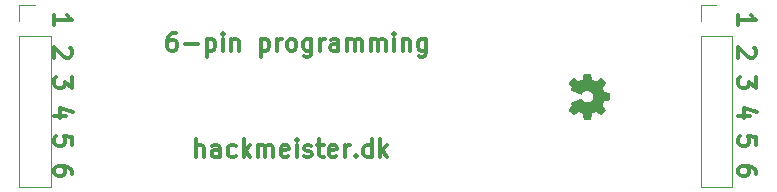
<source format=gto>
G04 #@! TF.GenerationSoftware,KiCad,Pcbnew,(5.0.0-rc2-dev-222-g3b0a758)*
G04 #@! TF.CreationDate,2018-04-29T02:35:51+02:00*
G04 #@! TF.ProjectId,6pin100mil,3670696E3130306D696C2E6B69636164,rev?*
G04 #@! TF.SameCoordinates,Original*
G04 #@! TF.FileFunction,Legend,Top*
G04 #@! TF.FilePolarity,Positive*
%FSLAX46Y46*%
G04 Gerber Fmt 4.6, Leading zero omitted, Abs format (unit mm)*
G04 Created by KiCad (PCBNEW (5.0.0-rc2-dev-222-g3b0a758)) date Sunday, 29 April 2018 at 02:35:51*
%MOMM*%
%LPD*%
G01*
G04 APERTURE LIST*
%ADD10C,0.300000*%
%ADD11C,0.120000*%
%ADD12C,0.010000*%
G04 APERTURE END LIST*
D10*
X113851428Y-63150714D02*
X113851428Y-62865000D01*
X113780000Y-62722142D01*
X113708571Y-62650714D01*
X113494285Y-62507857D01*
X113208571Y-62436428D01*
X112637142Y-62436428D01*
X112494285Y-62507857D01*
X112422857Y-62579285D01*
X112351428Y-62722142D01*
X112351428Y-63007857D01*
X112422857Y-63150714D01*
X112494285Y-63222142D01*
X112637142Y-63293571D01*
X112994285Y-63293571D01*
X113137142Y-63222142D01*
X113208571Y-63150714D01*
X113280000Y-63007857D01*
X113280000Y-62722142D01*
X113208571Y-62579285D01*
X113137142Y-62507857D01*
X112994285Y-62436428D01*
X113851428Y-60682142D02*
X113851428Y-59967857D01*
X113137142Y-59896428D01*
X113208571Y-59967857D01*
X113280000Y-60110714D01*
X113280000Y-60467857D01*
X113208571Y-60610714D01*
X113137142Y-60682142D01*
X112994285Y-60753571D01*
X112637142Y-60753571D01*
X112494285Y-60682142D01*
X112422857Y-60610714D01*
X112351428Y-60467857D01*
X112351428Y-60110714D01*
X112422857Y-59967857D01*
X112494285Y-59896428D01*
X55939428Y-63150714D02*
X55939428Y-62865000D01*
X55868000Y-62722142D01*
X55796571Y-62650714D01*
X55582285Y-62507857D01*
X55296571Y-62436428D01*
X54725142Y-62436428D01*
X54582285Y-62507857D01*
X54510857Y-62579285D01*
X54439428Y-62722142D01*
X54439428Y-63007857D01*
X54510857Y-63150714D01*
X54582285Y-63222142D01*
X54725142Y-63293571D01*
X55082285Y-63293571D01*
X55225142Y-63222142D01*
X55296571Y-63150714D01*
X55368000Y-63007857D01*
X55368000Y-62722142D01*
X55296571Y-62579285D01*
X55225142Y-62507857D01*
X55082285Y-62436428D01*
X55939428Y-60682142D02*
X55939428Y-59967857D01*
X55225142Y-59896428D01*
X55296571Y-59967857D01*
X55368000Y-60110714D01*
X55368000Y-60467857D01*
X55296571Y-60610714D01*
X55225142Y-60682142D01*
X55082285Y-60753571D01*
X54725142Y-60753571D01*
X54582285Y-60682142D01*
X54510857Y-60610714D01*
X54439428Y-60467857D01*
X54439428Y-60110714D01*
X54510857Y-59967857D01*
X54582285Y-59896428D01*
X64714285Y-51178571D02*
X64428571Y-51178571D01*
X64285714Y-51250000D01*
X64214285Y-51321428D01*
X64071428Y-51535714D01*
X64000000Y-51821428D01*
X64000000Y-52392857D01*
X64071428Y-52535714D01*
X64142857Y-52607142D01*
X64285714Y-52678571D01*
X64571428Y-52678571D01*
X64714285Y-52607142D01*
X64785714Y-52535714D01*
X64857142Y-52392857D01*
X64857142Y-52035714D01*
X64785714Y-51892857D01*
X64714285Y-51821428D01*
X64571428Y-51750000D01*
X64285714Y-51750000D01*
X64142857Y-51821428D01*
X64071428Y-51892857D01*
X64000000Y-52035714D01*
X65500000Y-52107142D02*
X66642857Y-52107142D01*
X67357142Y-51678571D02*
X67357142Y-53178571D01*
X67357142Y-51750000D02*
X67500000Y-51678571D01*
X67785714Y-51678571D01*
X67928571Y-51750000D01*
X68000000Y-51821428D01*
X68071428Y-51964285D01*
X68071428Y-52392857D01*
X68000000Y-52535714D01*
X67928571Y-52607142D01*
X67785714Y-52678571D01*
X67500000Y-52678571D01*
X67357142Y-52607142D01*
X68714285Y-52678571D02*
X68714285Y-51678571D01*
X68714285Y-51178571D02*
X68642857Y-51250000D01*
X68714285Y-51321428D01*
X68785714Y-51250000D01*
X68714285Y-51178571D01*
X68714285Y-51321428D01*
X69428571Y-51678571D02*
X69428571Y-52678571D01*
X69428571Y-51821428D02*
X69500000Y-51750000D01*
X69642857Y-51678571D01*
X69857142Y-51678571D01*
X70000000Y-51750000D01*
X70071428Y-51892857D01*
X70071428Y-52678571D01*
X71928571Y-51678571D02*
X71928571Y-53178571D01*
X71928571Y-51750000D02*
X72071428Y-51678571D01*
X72357142Y-51678571D01*
X72500000Y-51750000D01*
X72571428Y-51821428D01*
X72642857Y-51964285D01*
X72642857Y-52392857D01*
X72571428Y-52535714D01*
X72500000Y-52607142D01*
X72357142Y-52678571D01*
X72071428Y-52678571D01*
X71928571Y-52607142D01*
X73285714Y-52678571D02*
X73285714Y-51678571D01*
X73285714Y-51964285D02*
X73357142Y-51821428D01*
X73428571Y-51750000D01*
X73571428Y-51678571D01*
X73714285Y-51678571D01*
X74428571Y-52678571D02*
X74285714Y-52607142D01*
X74214285Y-52535714D01*
X74142857Y-52392857D01*
X74142857Y-51964285D01*
X74214285Y-51821428D01*
X74285714Y-51750000D01*
X74428571Y-51678571D01*
X74642857Y-51678571D01*
X74785714Y-51750000D01*
X74857142Y-51821428D01*
X74928571Y-51964285D01*
X74928571Y-52392857D01*
X74857142Y-52535714D01*
X74785714Y-52607142D01*
X74642857Y-52678571D01*
X74428571Y-52678571D01*
X76214285Y-51678571D02*
X76214285Y-52892857D01*
X76142857Y-53035714D01*
X76071428Y-53107142D01*
X75928571Y-53178571D01*
X75714285Y-53178571D01*
X75571428Y-53107142D01*
X76214285Y-52607142D02*
X76071428Y-52678571D01*
X75785714Y-52678571D01*
X75642857Y-52607142D01*
X75571428Y-52535714D01*
X75500000Y-52392857D01*
X75500000Y-51964285D01*
X75571428Y-51821428D01*
X75642857Y-51750000D01*
X75785714Y-51678571D01*
X76071428Y-51678571D01*
X76214285Y-51750000D01*
X76928571Y-52678571D02*
X76928571Y-51678571D01*
X76928571Y-51964285D02*
X77000000Y-51821428D01*
X77071428Y-51750000D01*
X77214285Y-51678571D01*
X77357142Y-51678571D01*
X78500000Y-52678571D02*
X78500000Y-51892857D01*
X78428571Y-51750000D01*
X78285714Y-51678571D01*
X78000000Y-51678571D01*
X77857142Y-51750000D01*
X78500000Y-52607142D02*
X78357142Y-52678571D01*
X78000000Y-52678571D01*
X77857142Y-52607142D01*
X77785714Y-52464285D01*
X77785714Y-52321428D01*
X77857142Y-52178571D01*
X78000000Y-52107142D01*
X78357142Y-52107142D01*
X78500000Y-52035714D01*
X79214285Y-52678571D02*
X79214285Y-51678571D01*
X79214285Y-51821428D02*
X79285714Y-51750000D01*
X79428571Y-51678571D01*
X79642857Y-51678571D01*
X79785714Y-51750000D01*
X79857142Y-51892857D01*
X79857142Y-52678571D01*
X79857142Y-51892857D02*
X79928571Y-51750000D01*
X80071428Y-51678571D01*
X80285714Y-51678571D01*
X80428571Y-51750000D01*
X80500000Y-51892857D01*
X80500000Y-52678571D01*
X81214285Y-52678571D02*
X81214285Y-51678571D01*
X81214285Y-51821428D02*
X81285714Y-51750000D01*
X81428571Y-51678571D01*
X81642857Y-51678571D01*
X81785714Y-51750000D01*
X81857142Y-51892857D01*
X81857142Y-52678571D01*
X81857142Y-51892857D02*
X81928571Y-51750000D01*
X82071428Y-51678571D01*
X82285714Y-51678571D01*
X82428571Y-51750000D01*
X82500000Y-51892857D01*
X82500000Y-52678571D01*
X83214285Y-52678571D02*
X83214285Y-51678571D01*
X83214285Y-51178571D02*
X83142857Y-51250000D01*
X83214285Y-51321428D01*
X83285714Y-51250000D01*
X83214285Y-51178571D01*
X83214285Y-51321428D01*
X83928571Y-51678571D02*
X83928571Y-52678571D01*
X83928571Y-51821428D02*
X84000000Y-51750000D01*
X84142857Y-51678571D01*
X84357142Y-51678571D01*
X84500000Y-51750000D01*
X84571428Y-51892857D01*
X84571428Y-52678571D01*
X85928571Y-51678571D02*
X85928571Y-52892857D01*
X85857142Y-53035714D01*
X85785714Y-53107142D01*
X85642857Y-53178571D01*
X85428571Y-53178571D01*
X85285714Y-53107142D01*
X85928571Y-52607142D02*
X85785714Y-52678571D01*
X85500000Y-52678571D01*
X85357142Y-52607142D01*
X85285714Y-52535714D01*
X85214285Y-52392857D01*
X85214285Y-51964285D01*
X85285714Y-51821428D01*
X85357142Y-51750000D01*
X85500000Y-51678571D01*
X85785714Y-51678571D01*
X85928571Y-51750000D01*
X66464285Y-61678571D02*
X66464285Y-60178571D01*
X67107142Y-61678571D02*
X67107142Y-60892857D01*
X67035714Y-60750000D01*
X66892857Y-60678571D01*
X66678571Y-60678571D01*
X66535714Y-60750000D01*
X66464285Y-60821428D01*
X68464285Y-61678571D02*
X68464285Y-60892857D01*
X68392857Y-60750000D01*
X68250000Y-60678571D01*
X67964285Y-60678571D01*
X67821428Y-60750000D01*
X68464285Y-61607142D02*
X68321428Y-61678571D01*
X67964285Y-61678571D01*
X67821428Y-61607142D01*
X67750000Y-61464285D01*
X67750000Y-61321428D01*
X67821428Y-61178571D01*
X67964285Y-61107142D01*
X68321428Y-61107142D01*
X68464285Y-61035714D01*
X69821428Y-61607142D02*
X69678571Y-61678571D01*
X69392857Y-61678571D01*
X69250000Y-61607142D01*
X69178571Y-61535714D01*
X69107142Y-61392857D01*
X69107142Y-60964285D01*
X69178571Y-60821428D01*
X69250000Y-60750000D01*
X69392857Y-60678571D01*
X69678571Y-60678571D01*
X69821428Y-60750000D01*
X70464285Y-61678571D02*
X70464285Y-60178571D01*
X70607142Y-61107142D02*
X71035714Y-61678571D01*
X71035714Y-60678571D02*
X70464285Y-61250000D01*
X71678571Y-61678571D02*
X71678571Y-60678571D01*
X71678571Y-60821428D02*
X71750000Y-60750000D01*
X71892857Y-60678571D01*
X72107142Y-60678571D01*
X72250000Y-60750000D01*
X72321428Y-60892857D01*
X72321428Y-61678571D01*
X72321428Y-60892857D02*
X72392857Y-60750000D01*
X72535714Y-60678571D01*
X72750000Y-60678571D01*
X72892857Y-60750000D01*
X72964285Y-60892857D01*
X72964285Y-61678571D01*
X74250000Y-61607142D02*
X74107142Y-61678571D01*
X73821428Y-61678571D01*
X73678571Y-61607142D01*
X73607142Y-61464285D01*
X73607142Y-60892857D01*
X73678571Y-60750000D01*
X73821428Y-60678571D01*
X74107142Y-60678571D01*
X74250000Y-60750000D01*
X74321428Y-60892857D01*
X74321428Y-61035714D01*
X73607142Y-61178571D01*
X74964285Y-61678571D02*
X74964285Y-60678571D01*
X74964285Y-60178571D02*
X74892857Y-60250000D01*
X74964285Y-60321428D01*
X75035714Y-60250000D01*
X74964285Y-60178571D01*
X74964285Y-60321428D01*
X75607142Y-61607142D02*
X75750000Y-61678571D01*
X76035714Y-61678571D01*
X76178571Y-61607142D01*
X76250000Y-61464285D01*
X76250000Y-61392857D01*
X76178571Y-61250000D01*
X76035714Y-61178571D01*
X75821428Y-61178571D01*
X75678571Y-61107142D01*
X75607142Y-60964285D01*
X75607142Y-60892857D01*
X75678571Y-60750000D01*
X75821428Y-60678571D01*
X76035714Y-60678571D01*
X76178571Y-60750000D01*
X76678571Y-60678571D02*
X77250000Y-60678571D01*
X76892857Y-60178571D02*
X76892857Y-61464285D01*
X76964285Y-61607142D01*
X77107142Y-61678571D01*
X77250000Y-61678571D01*
X78321428Y-61607142D02*
X78178571Y-61678571D01*
X77892857Y-61678571D01*
X77750000Y-61607142D01*
X77678571Y-61464285D01*
X77678571Y-60892857D01*
X77750000Y-60750000D01*
X77892857Y-60678571D01*
X78178571Y-60678571D01*
X78321428Y-60750000D01*
X78392857Y-60892857D01*
X78392857Y-61035714D01*
X77678571Y-61178571D01*
X79035714Y-61678571D02*
X79035714Y-60678571D01*
X79035714Y-60964285D02*
X79107142Y-60821428D01*
X79178571Y-60750000D01*
X79321428Y-60678571D01*
X79464285Y-60678571D01*
X79964285Y-61535714D02*
X80035714Y-61607142D01*
X79964285Y-61678571D01*
X79892857Y-61607142D01*
X79964285Y-61535714D01*
X79964285Y-61678571D01*
X81321428Y-61678571D02*
X81321428Y-60178571D01*
X81321428Y-61607142D02*
X81178571Y-61678571D01*
X80892857Y-61678571D01*
X80750000Y-61607142D01*
X80678571Y-61535714D01*
X80607142Y-61392857D01*
X80607142Y-60964285D01*
X80678571Y-60821428D01*
X80750000Y-60750000D01*
X80892857Y-60678571D01*
X81178571Y-60678571D01*
X81321428Y-60750000D01*
X82035714Y-61678571D02*
X82035714Y-60178571D01*
X82178571Y-61107142D02*
X82607142Y-61678571D01*
X82607142Y-60678571D02*
X82035714Y-61250000D01*
X55796571Y-52403428D02*
X55868000Y-52474857D01*
X55939428Y-52617714D01*
X55939428Y-52974857D01*
X55868000Y-53117714D01*
X55796571Y-53189142D01*
X55653714Y-53260571D01*
X55510857Y-53260571D01*
X55296571Y-53189142D01*
X54439428Y-52332000D01*
X54439428Y-53260571D01*
X55439428Y-58197714D02*
X54439428Y-58197714D01*
X56010857Y-57840571D02*
X54939428Y-57483428D01*
X54939428Y-58412000D01*
X55939428Y-54872000D02*
X55939428Y-55800571D01*
X55368000Y-55300571D01*
X55368000Y-55514857D01*
X55296571Y-55657714D01*
X55225142Y-55729142D01*
X55082285Y-55800571D01*
X54725142Y-55800571D01*
X54582285Y-55729142D01*
X54510857Y-55657714D01*
X54439428Y-55514857D01*
X54439428Y-55086285D01*
X54510857Y-54943428D01*
X54582285Y-54872000D01*
X54439428Y-50466571D02*
X54439428Y-49609428D01*
X54439428Y-50038000D02*
X55939428Y-50038000D01*
X55725142Y-49895142D01*
X55582285Y-49752285D01*
X55510857Y-49609428D01*
X113351428Y-58197714D02*
X112351428Y-58197714D01*
X113922857Y-57840571D02*
X112851428Y-57483428D01*
X112851428Y-58412000D01*
X113851428Y-54872000D02*
X113851428Y-55800571D01*
X113280000Y-55300571D01*
X113280000Y-55514857D01*
X113208571Y-55657714D01*
X113137142Y-55729142D01*
X112994285Y-55800571D01*
X112637142Y-55800571D01*
X112494285Y-55729142D01*
X112422857Y-55657714D01*
X112351428Y-55514857D01*
X112351428Y-55086285D01*
X112422857Y-54943428D01*
X112494285Y-54872000D01*
X113708571Y-52403428D02*
X113780000Y-52474857D01*
X113851428Y-52617714D01*
X113851428Y-52974857D01*
X113780000Y-53117714D01*
X113708571Y-53189142D01*
X113565714Y-53260571D01*
X113422857Y-53260571D01*
X113208571Y-53189142D01*
X112351428Y-52332000D01*
X112351428Y-53260571D01*
X112351428Y-50466571D02*
X112351428Y-49609428D01*
X112351428Y-50038000D02*
X113851428Y-50038000D01*
X113637142Y-49895142D01*
X113494285Y-49752285D01*
X113422857Y-49609428D01*
D11*
X109170000Y-48830000D02*
X110500000Y-48830000D01*
X109170000Y-50160000D02*
X109170000Y-48830000D01*
X109170000Y-51430000D02*
X111830000Y-51430000D01*
X111830000Y-51430000D02*
X111830000Y-64190000D01*
X109170000Y-51430000D02*
X109170000Y-64190000D01*
X109170000Y-64190000D02*
X111830000Y-64190000D01*
X51470000Y-64190000D02*
X54130000Y-64190000D01*
X51470000Y-51430000D02*
X51470000Y-64190000D01*
X54130000Y-51430000D02*
X54130000Y-64190000D01*
X51470000Y-51430000D02*
X54130000Y-51430000D01*
X51470000Y-50160000D02*
X51470000Y-48830000D01*
X51470000Y-48830000D02*
X52800000Y-48830000D01*
D12*
G36*
X101442484Y-56604147D02*
X101442235Y-56664434D01*
X101441560Y-56709276D01*
X101440249Y-56741110D01*
X101438090Y-56762374D01*
X101434870Y-56775504D01*
X101430379Y-56782939D01*
X101424405Y-56787116D01*
X101419660Y-56789223D01*
X101403314Y-56793781D01*
X101370149Y-56801230D01*
X101323359Y-56810917D01*
X101266135Y-56822192D01*
X101201667Y-56834402D01*
X101168615Y-56840490D01*
X101102385Y-56852810D01*
X101042412Y-56864411D01*
X100991746Y-56874666D01*
X100953435Y-56882950D01*
X100930531Y-56888637D01*
X100925768Y-56890334D01*
X100918192Y-56901478D01*
X100904727Y-56927875D01*
X100886931Y-56965871D01*
X100866363Y-57011814D01*
X100844583Y-57062051D01*
X100823150Y-57112929D01*
X100803623Y-57160795D01*
X100787561Y-57201996D01*
X100776523Y-57232880D01*
X100772070Y-57249793D01*
X100772045Y-57250468D01*
X100777597Y-57261652D01*
X100793163Y-57287127D01*
X100817176Y-57324484D01*
X100848073Y-57371317D01*
X100884286Y-57425217D01*
X100914285Y-57469256D01*
X100953475Y-57526889D01*
X100988529Y-57579263D01*
X101017882Y-57623973D01*
X101039970Y-57658615D01*
X101053230Y-57680784D01*
X101056440Y-57687804D01*
X101049435Y-57698683D01*
X101030040Y-57721061D01*
X101000689Y-57752537D01*
X100963814Y-57790709D01*
X100921849Y-57833178D01*
X100877225Y-57877541D01*
X100832376Y-57921399D01*
X100789734Y-57962349D01*
X100751732Y-57997991D01*
X100720803Y-58025924D01*
X100699380Y-58043746D01*
X100690314Y-58049160D01*
X100677412Y-58044499D01*
X100651857Y-58030222D01*
X100612966Y-58005881D01*
X100560052Y-57971030D01*
X100492432Y-57925225D01*
X100409421Y-57868019D01*
X100368813Y-57839796D01*
X100329919Y-57813604D01*
X100296086Y-57792466D01*
X100271332Y-57778792D01*
X100260500Y-57774840D01*
X100247568Y-57778682D01*
X100219671Y-57789189D01*
X100180438Y-57804829D01*
X100133498Y-57824069D01*
X100082481Y-57845378D01*
X100031015Y-57867223D01*
X99982729Y-57888073D01*
X99941253Y-57906396D01*
X99910214Y-57920660D01*
X99893243Y-57929334D01*
X99891411Y-57930643D01*
X99888129Y-57941712D01*
X99881768Y-57969929D01*
X99872912Y-58012456D01*
X99862141Y-58066451D01*
X99850038Y-58129077D01*
X99842044Y-58171405D01*
X99829347Y-58238615D01*
X99817616Y-58299562D01*
X99807443Y-58351267D01*
X99799418Y-58390748D01*
X99794133Y-58415024D01*
X99792518Y-58421063D01*
X99787564Y-58425526D01*
X99775108Y-58428983D01*
X99753002Y-58431552D01*
X99719097Y-58433347D01*
X99671244Y-58434482D01*
X99607295Y-58435075D01*
X99528364Y-58435239D01*
X99448891Y-58435145D01*
X99387390Y-58434756D01*
X99341514Y-58433914D01*
X99308914Y-58432462D01*
X99287244Y-58430240D01*
X99274156Y-58427092D01*
X99267302Y-58422859D01*
X99264358Y-58417460D01*
X99260270Y-58399851D01*
X99253835Y-58367880D01*
X99246173Y-58327206D01*
X99242743Y-58308240D01*
X99224856Y-58209241D01*
X99209776Y-58128659D01*
X99197132Y-58064839D01*
X99186555Y-58016127D01*
X99177671Y-57980871D01*
X99170112Y-57957416D01*
X99163505Y-57944108D01*
X99160267Y-57940607D01*
X99146814Y-57933639D01*
X99118375Y-57920890D01*
X99078529Y-57903817D01*
X99030858Y-57883878D01*
X98978941Y-57862529D01*
X98926358Y-57841226D01*
X98876691Y-57821427D01*
X98833518Y-57804588D01*
X98800421Y-57792167D01*
X98780978Y-57785619D01*
X98777780Y-57784971D01*
X98767493Y-57790501D01*
X98742970Y-57805990D01*
X98706671Y-57829816D01*
X98661054Y-57860352D01*
X98608579Y-57895975D01*
X98577784Y-57917080D01*
X98521904Y-57954956D01*
X98470762Y-57988590D01*
X98426986Y-58016338D01*
X98393201Y-58036554D01*
X98372037Y-58047592D01*
X98366865Y-58049160D01*
X98354252Y-58042093D01*
X98329458Y-58022016D01*
X98294338Y-57990612D01*
X98250745Y-57949568D01*
X98200533Y-57900566D01*
X98172274Y-57872349D01*
X98117562Y-57817152D01*
X98075735Y-57774372D01*
X98045247Y-57742120D01*
X98024549Y-57718507D01*
X98012097Y-57701644D01*
X98006343Y-57689642D01*
X98005742Y-57680613D01*
X98008747Y-57672667D01*
X98008767Y-57672630D01*
X98018082Y-57657555D01*
X98037030Y-57628654D01*
X98063681Y-57588811D01*
X98096102Y-57540909D01*
X98132362Y-57487830D01*
X98141734Y-57474186D01*
X98177797Y-57421154D01*
X98209562Y-57373319D01*
X98235317Y-57333349D01*
X98253352Y-57303917D01*
X98261954Y-57287692D01*
X98262440Y-57285834D01*
X98258001Y-57271801D01*
X98246047Y-57244364D01*
X98228627Y-57208048D01*
X98215713Y-57182543D01*
X98195934Y-57141771D01*
X98182565Y-57109111D01*
X98177024Y-57088289D01*
X98177887Y-57083169D01*
X98189198Y-57077182D01*
X98216925Y-57064519D01*
X98258684Y-57046212D01*
X98312089Y-57023290D01*
X98374753Y-56996783D01*
X98444290Y-56967721D01*
X98470994Y-56956646D01*
X98549504Y-56924134D01*
X98628394Y-56891428D01*
X98703895Y-56860092D01*
X98772241Y-56831693D01*
X98829663Y-56807793D01*
X98872394Y-56789959D01*
X98875230Y-56788772D01*
X98921672Y-56769757D01*
X98962008Y-56754040D01*
X98992202Y-56743139D01*
X99008218Y-56738570D01*
X99008958Y-56738520D01*
X99021052Y-56746285D01*
X99040576Y-56766827D01*
X99063690Y-56796017D01*
X99068041Y-56802020D01*
X99141292Y-56890650D01*
X99220850Y-56960091D01*
X99307234Y-57010630D01*
X99400967Y-57042557D01*
X99502567Y-57056160D01*
X99527360Y-57056728D01*
X99628972Y-57048262D01*
X99722331Y-57021726D01*
X99809089Y-56976461D01*
X99890896Y-56911808D01*
X99891437Y-56911301D01*
X99958596Y-56835340D01*
X100008725Y-56750633D01*
X100041722Y-56659681D01*
X100057484Y-56564980D01*
X100055908Y-56469029D01*
X100036890Y-56374325D01*
X100000328Y-56283368D01*
X99946119Y-56198655D01*
X99921992Y-56169864D01*
X99845826Y-56099157D01*
X99760967Y-56046804D01*
X99667743Y-56012951D01*
X99566484Y-55997744D01*
X99533505Y-55996840D01*
X99431999Y-56004084D01*
X99340991Y-56026567D01*
X99258368Y-56065414D01*
X99182017Y-56121750D01*
X99109824Y-56196701D01*
X99075070Y-56240910D01*
X99049769Y-56272943D01*
X99027459Y-56297443D01*
X99011752Y-56310581D01*
X99008208Y-56311800D01*
X98995730Y-56308033D01*
X98966769Y-56297334D01*
X98923595Y-56280599D01*
X98868476Y-56258727D01*
X98803679Y-56232616D01*
X98731474Y-56203165D01*
X98671350Y-56178403D01*
X98591414Y-56145366D01*
X98514074Y-56113446D01*
X98442203Y-56083823D01*
X98378676Y-56057682D01*
X98326365Y-56036205D01*
X98288145Y-56020574D01*
X98272600Y-56014264D01*
X98225669Y-55995048D01*
X98195716Y-55979777D01*
X98181092Y-55964278D01*
X98180148Y-55944377D01*
X98191235Y-55915901D01*
X98212703Y-55874677D01*
X98215422Y-55869571D01*
X98235531Y-55830498D01*
X98251346Y-55797345D01*
X98260753Y-55774683D01*
X98262440Y-55768021D01*
X98256928Y-55756178D01*
X98241470Y-55730165D01*
X98217687Y-55692519D01*
X98187199Y-55645778D01*
X98151625Y-55592479D01*
X98130360Y-55561116D01*
X98092754Y-55505655D01*
X98059313Y-55455765D01*
X98031648Y-55413895D01*
X98011366Y-55382492D01*
X98000076Y-55364001D01*
X97998280Y-55360186D01*
X98005151Y-55351283D01*
X98024458Y-55330081D01*
X98054248Y-55298626D01*
X98092568Y-55258963D01*
X98137462Y-55213140D01*
X98173161Y-55177078D01*
X98222463Y-55128185D01*
X98267836Y-55084517D01*
X98307107Y-55048057D01*
X98338104Y-55020792D01*
X98358653Y-55004706D01*
X98365705Y-55001159D01*
X98378861Y-55006736D01*
X98406015Y-55022363D01*
X98444554Y-55046392D01*
X98491865Y-55077171D01*
X98545333Y-55113050D01*
X98574365Y-55132941D01*
X98629663Y-55170742D01*
X98679785Y-55204335D01*
X98722194Y-55232073D01*
X98754357Y-55252313D01*
X98773737Y-55263410D01*
X98777939Y-55265021D01*
X98792376Y-55261393D01*
X98821845Y-55251216D01*
X98862709Y-55235963D01*
X98911328Y-55217103D01*
X98964066Y-55196106D01*
X99017282Y-55174444D01*
X99067340Y-55153585D01*
X99110600Y-55135001D01*
X99143424Y-55120163D01*
X99162174Y-55110539D01*
X99164687Y-55108726D01*
X99170257Y-55095360D01*
X99178570Y-55064994D01*
X99188936Y-55020654D01*
X99200668Y-54965369D01*
X99213076Y-54902164D01*
X99219386Y-54868170D01*
X99231734Y-54802144D01*
X99243510Y-54742514D01*
X99254064Y-54692301D01*
X99262751Y-54654529D01*
X99268922Y-54632220D01*
X99270884Y-54627780D01*
X99284151Y-54623358D01*
X99314053Y-54619784D01*
X99357247Y-54617050D01*
X99410388Y-54615148D01*
X99470132Y-54614068D01*
X99533135Y-54613804D01*
X99596054Y-54614345D01*
X99655545Y-54615685D01*
X99708263Y-54617814D01*
X99750864Y-54620725D01*
X99780005Y-54624408D01*
X99792342Y-54628856D01*
X99792453Y-54629085D01*
X99795774Y-54642702D01*
X99802184Y-54673328D01*
X99811093Y-54717988D01*
X99821915Y-54773704D01*
X99834060Y-54837501D01*
X99841833Y-54878936D01*
X99854602Y-54945794D01*
X99866657Y-55005984D01*
X99877374Y-55056621D01*
X99886130Y-55094819D01*
X99892302Y-55117695D01*
X99894560Y-55122919D01*
X99907878Y-55130608D01*
X99936247Y-55144139D01*
X99975946Y-55161953D01*
X100023250Y-55182490D01*
X100074437Y-55204187D01*
X100125784Y-55225486D01*
X100173568Y-55244825D01*
X100214066Y-55260643D01*
X100243556Y-55271380D01*
X100258314Y-55275476D01*
X100258495Y-55275480D01*
X100271688Y-55269923D01*
X100298929Y-55254341D01*
X100337623Y-55230365D01*
X100385174Y-55199625D01*
X100438986Y-55163752D01*
X100470821Y-55142075D01*
X100527135Y-55103763D01*
X100578686Y-55069298D01*
X100622851Y-55040383D01*
X100657010Y-55018723D01*
X100678543Y-55006021D01*
X100684049Y-55003472D01*
X100694306Y-55005702D01*
X100711876Y-55017061D01*
X100738077Y-55038703D01*
X100774225Y-55071782D01*
X100821636Y-55117450D01*
X100879629Y-55174867D01*
X100928522Y-55224194D01*
X100972230Y-55269240D01*
X101008790Y-55307902D01*
X101036238Y-55338077D01*
X101052610Y-55357666D01*
X101056440Y-55364107D01*
X101050880Y-55375701D01*
X101035266Y-55401479D01*
X101011197Y-55438977D01*
X100980272Y-55485733D01*
X100944091Y-55539284D01*
X100917817Y-55577576D01*
X100878771Y-55634519D01*
X100843631Y-55686484D01*
X100814055Y-55730960D01*
X100791701Y-55765437D01*
X100778228Y-55787404D01*
X100775012Y-55793807D01*
X100777397Y-55807623D01*
X100786342Y-55836374D01*
X100800379Y-55876330D01*
X100818039Y-55923760D01*
X100837853Y-55974933D01*
X100858353Y-56026118D01*
X100878071Y-56073585D01*
X100895537Y-56113603D01*
X100909283Y-56142440D01*
X100917666Y-56156194D01*
X100930572Y-56161326D01*
X100960616Y-56169377D01*
X101004928Y-56179701D01*
X101060641Y-56191654D01*
X101124888Y-56204589D01*
X101176565Y-56214475D01*
X101245109Y-56227460D01*
X101307114Y-56239507D01*
X101359750Y-56250043D01*
X101400188Y-56258493D01*
X101425599Y-56264282D01*
X101433105Y-56266539D01*
X101435819Y-56278049D01*
X101438192Y-56307391D01*
X101440134Y-56352082D01*
X101441555Y-56409635D01*
X101442365Y-56477566D01*
X101442520Y-56525977D01*
X101442484Y-56604147D01*
X101442484Y-56604147D01*
G37*
X101442484Y-56604147D02*
X101442235Y-56664434D01*
X101441560Y-56709276D01*
X101440249Y-56741110D01*
X101438090Y-56762374D01*
X101434870Y-56775504D01*
X101430379Y-56782939D01*
X101424405Y-56787116D01*
X101419660Y-56789223D01*
X101403314Y-56793781D01*
X101370149Y-56801230D01*
X101323359Y-56810917D01*
X101266135Y-56822192D01*
X101201667Y-56834402D01*
X101168615Y-56840490D01*
X101102385Y-56852810D01*
X101042412Y-56864411D01*
X100991746Y-56874666D01*
X100953435Y-56882950D01*
X100930531Y-56888637D01*
X100925768Y-56890334D01*
X100918192Y-56901478D01*
X100904727Y-56927875D01*
X100886931Y-56965871D01*
X100866363Y-57011814D01*
X100844583Y-57062051D01*
X100823150Y-57112929D01*
X100803623Y-57160795D01*
X100787561Y-57201996D01*
X100776523Y-57232880D01*
X100772070Y-57249793D01*
X100772045Y-57250468D01*
X100777597Y-57261652D01*
X100793163Y-57287127D01*
X100817176Y-57324484D01*
X100848073Y-57371317D01*
X100884286Y-57425217D01*
X100914285Y-57469256D01*
X100953475Y-57526889D01*
X100988529Y-57579263D01*
X101017882Y-57623973D01*
X101039970Y-57658615D01*
X101053230Y-57680784D01*
X101056440Y-57687804D01*
X101049435Y-57698683D01*
X101030040Y-57721061D01*
X101000689Y-57752537D01*
X100963814Y-57790709D01*
X100921849Y-57833178D01*
X100877225Y-57877541D01*
X100832376Y-57921399D01*
X100789734Y-57962349D01*
X100751732Y-57997991D01*
X100720803Y-58025924D01*
X100699380Y-58043746D01*
X100690314Y-58049160D01*
X100677412Y-58044499D01*
X100651857Y-58030222D01*
X100612966Y-58005881D01*
X100560052Y-57971030D01*
X100492432Y-57925225D01*
X100409421Y-57868019D01*
X100368813Y-57839796D01*
X100329919Y-57813604D01*
X100296086Y-57792466D01*
X100271332Y-57778792D01*
X100260500Y-57774840D01*
X100247568Y-57778682D01*
X100219671Y-57789189D01*
X100180438Y-57804829D01*
X100133498Y-57824069D01*
X100082481Y-57845378D01*
X100031015Y-57867223D01*
X99982729Y-57888073D01*
X99941253Y-57906396D01*
X99910214Y-57920660D01*
X99893243Y-57929334D01*
X99891411Y-57930643D01*
X99888129Y-57941712D01*
X99881768Y-57969929D01*
X99872912Y-58012456D01*
X99862141Y-58066451D01*
X99850038Y-58129077D01*
X99842044Y-58171405D01*
X99829347Y-58238615D01*
X99817616Y-58299562D01*
X99807443Y-58351267D01*
X99799418Y-58390748D01*
X99794133Y-58415024D01*
X99792518Y-58421063D01*
X99787564Y-58425526D01*
X99775108Y-58428983D01*
X99753002Y-58431552D01*
X99719097Y-58433347D01*
X99671244Y-58434482D01*
X99607295Y-58435075D01*
X99528364Y-58435239D01*
X99448891Y-58435145D01*
X99387390Y-58434756D01*
X99341514Y-58433914D01*
X99308914Y-58432462D01*
X99287244Y-58430240D01*
X99274156Y-58427092D01*
X99267302Y-58422859D01*
X99264358Y-58417460D01*
X99260270Y-58399851D01*
X99253835Y-58367880D01*
X99246173Y-58327206D01*
X99242743Y-58308240D01*
X99224856Y-58209241D01*
X99209776Y-58128659D01*
X99197132Y-58064839D01*
X99186555Y-58016127D01*
X99177671Y-57980871D01*
X99170112Y-57957416D01*
X99163505Y-57944108D01*
X99160267Y-57940607D01*
X99146814Y-57933639D01*
X99118375Y-57920890D01*
X99078529Y-57903817D01*
X99030858Y-57883878D01*
X98978941Y-57862529D01*
X98926358Y-57841226D01*
X98876691Y-57821427D01*
X98833518Y-57804588D01*
X98800421Y-57792167D01*
X98780978Y-57785619D01*
X98777780Y-57784971D01*
X98767493Y-57790501D01*
X98742970Y-57805990D01*
X98706671Y-57829816D01*
X98661054Y-57860352D01*
X98608579Y-57895975D01*
X98577784Y-57917080D01*
X98521904Y-57954956D01*
X98470762Y-57988590D01*
X98426986Y-58016338D01*
X98393201Y-58036554D01*
X98372037Y-58047592D01*
X98366865Y-58049160D01*
X98354252Y-58042093D01*
X98329458Y-58022016D01*
X98294338Y-57990612D01*
X98250745Y-57949568D01*
X98200533Y-57900566D01*
X98172274Y-57872349D01*
X98117562Y-57817152D01*
X98075735Y-57774372D01*
X98045247Y-57742120D01*
X98024549Y-57718507D01*
X98012097Y-57701644D01*
X98006343Y-57689642D01*
X98005742Y-57680613D01*
X98008747Y-57672667D01*
X98008767Y-57672630D01*
X98018082Y-57657555D01*
X98037030Y-57628654D01*
X98063681Y-57588811D01*
X98096102Y-57540909D01*
X98132362Y-57487830D01*
X98141734Y-57474186D01*
X98177797Y-57421154D01*
X98209562Y-57373319D01*
X98235317Y-57333349D01*
X98253352Y-57303917D01*
X98261954Y-57287692D01*
X98262440Y-57285834D01*
X98258001Y-57271801D01*
X98246047Y-57244364D01*
X98228627Y-57208048D01*
X98215713Y-57182543D01*
X98195934Y-57141771D01*
X98182565Y-57109111D01*
X98177024Y-57088289D01*
X98177887Y-57083169D01*
X98189198Y-57077182D01*
X98216925Y-57064519D01*
X98258684Y-57046212D01*
X98312089Y-57023290D01*
X98374753Y-56996783D01*
X98444290Y-56967721D01*
X98470994Y-56956646D01*
X98549504Y-56924134D01*
X98628394Y-56891428D01*
X98703895Y-56860092D01*
X98772241Y-56831693D01*
X98829663Y-56807793D01*
X98872394Y-56789959D01*
X98875230Y-56788772D01*
X98921672Y-56769757D01*
X98962008Y-56754040D01*
X98992202Y-56743139D01*
X99008218Y-56738570D01*
X99008958Y-56738520D01*
X99021052Y-56746285D01*
X99040576Y-56766827D01*
X99063690Y-56796017D01*
X99068041Y-56802020D01*
X99141292Y-56890650D01*
X99220850Y-56960091D01*
X99307234Y-57010630D01*
X99400967Y-57042557D01*
X99502567Y-57056160D01*
X99527360Y-57056728D01*
X99628972Y-57048262D01*
X99722331Y-57021726D01*
X99809089Y-56976461D01*
X99890896Y-56911808D01*
X99891437Y-56911301D01*
X99958596Y-56835340D01*
X100008725Y-56750633D01*
X100041722Y-56659681D01*
X100057484Y-56564980D01*
X100055908Y-56469029D01*
X100036890Y-56374325D01*
X100000328Y-56283368D01*
X99946119Y-56198655D01*
X99921992Y-56169864D01*
X99845826Y-56099157D01*
X99760967Y-56046804D01*
X99667743Y-56012951D01*
X99566484Y-55997744D01*
X99533505Y-55996840D01*
X99431999Y-56004084D01*
X99340991Y-56026567D01*
X99258368Y-56065414D01*
X99182017Y-56121750D01*
X99109824Y-56196701D01*
X99075070Y-56240910D01*
X99049769Y-56272943D01*
X99027459Y-56297443D01*
X99011752Y-56310581D01*
X99008208Y-56311800D01*
X98995730Y-56308033D01*
X98966769Y-56297334D01*
X98923595Y-56280599D01*
X98868476Y-56258727D01*
X98803679Y-56232616D01*
X98731474Y-56203165D01*
X98671350Y-56178403D01*
X98591414Y-56145366D01*
X98514074Y-56113446D01*
X98442203Y-56083823D01*
X98378676Y-56057682D01*
X98326365Y-56036205D01*
X98288145Y-56020574D01*
X98272600Y-56014264D01*
X98225669Y-55995048D01*
X98195716Y-55979777D01*
X98181092Y-55964278D01*
X98180148Y-55944377D01*
X98191235Y-55915901D01*
X98212703Y-55874677D01*
X98215422Y-55869571D01*
X98235531Y-55830498D01*
X98251346Y-55797345D01*
X98260753Y-55774683D01*
X98262440Y-55768021D01*
X98256928Y-55756178D01*
X98241470Y-55730165D01*
X98217687Y-55692519D01*
X98187199Y-55645778D01*
X98151625Y-55592479D01*
X98130360Y-55561116D01*
X98092754Y-55505655D01*
X98059313Y-55455765D01*
X98031648Y-55413895D01*
X98011366Y-55382492D01*
X98000076Y-55364001D01*
X97998280Y-55360186D01*
X98005151Y-55351283D01*
X98024458Y-55330081D01*
X98054248Y-55298626D01*
X98092568Y-55258963D01*
X98137462Y-55213140D01*
X98173161Y-55177078D01*
X98222463Y-55128185D01*
X98267836Y-55084517D01*
X98307107Y-55048057D01*
X98338104Y-55020792D01*
X98358653Y-55004706D01*
X98365705Y-55001159D01*
X98378861Y-55006736D01*
X98406015Y-55022363D01*
X98444554Y-55046392D01*
X98491865Y-55077171D01*
X98545333Y-55113050D01*
X98574365Y-55132941D01*
X98629663Y-55170742D01*
X98679785Y-55204335D01*
X98722194Y-55232073D01*
X98754357Y-55252313D01*
X98773737Y-55263410D01*
X98777939Y-55265021D01*
X98792376Y-55261393D01*
X98821845Y-55251216D01*
X98862709Y-55235963D01*
X98911328Y-55217103D01*
X98964066Y-55196106D01*
X99017282Y-55174444D01*
X99067340Y-55153585D01*
X99110600Y-55135001D01*
X99143424Y-55120163D01*
X99162174Y-55110539D01*
X99164687Y-55108726D01*
X99170257Y-55095360D01*
X99178570Y-55064994D01*
X99188936Y-55020654D01*
X99200668Y-54965369D01*
X99213076Y-54902164D01*
X99219386Y-54868170D01*
X99231734Y-54802144D01*
X99243510Y-54742514D01*
X99254064Y-54692301D01*
X99262751Y-54654529D01*
X99268922Y-54632220D01*
X99270884Y-54627780D01*
X99284151Y-54623358D01*
X99314053Y-54619784D01*
X99357247Y-54617050D01*
X99410388Y-54615148D01*
X99470132Y-54614068D01*
X99533135Y-54613804D01*
X99596054Y-54614345D01*
X99655545Y-54615685D01*
X99708263Y-54617814D01*
X99750864Y-54620725D01*
X99780005Y-54624408D01*
X99792342Y-54628856D01*
X99792453Y-54629085D01*
X99795774Y-54642702D01*
X99802184Y-54673328D01*
X99811093Y-54717988D01*
X99821915Y-54773704D01*
X99834060Y-54837501D01*
X99841833Y-54878936D01*
X99854602Y-54945794D01*
X99866657Y-55005984D01*
X99877374Y-55056621D01*
X99886130Y-55094819D01*
X99892302Y-55117695D01*
X99894560Y-55122919D01*
X99907878Y-55130608D01*
X99936247Y-55144139D01*
X99975946Y-55161953D01*
X100023250Y-55182490D01*
X100074437Y-55204187D01*
X100125784Y-55225486D01*
X100173568Y-55244825D01*
X100214066Y-55260643D01*
X100243556Y-55271380D01*
X100258314Y-55275476D01*
X100258495Y-55275480D01*
X100271688Y-55269923D01*
X100298929Y-55254341D01*
X100337623Y-55230365D01*
X100385174Y-55199625D01*
X100438986Y-55163752D01*
X100470821Y-55142075D01*
X100527135Y-55103763D01*
X100578686Y-55069298D01*
X100622851Y-55040383D01*
X100657010Y-55018723D01*
X100678543Y-55006021D01*
X100684049Y-55003472D01*
X100694306Y-55005702D01*
X100711876Y-55017061D01*
X100738077Y-55038703D01*
X100774225Y-55071782D01*
X100821636Y-55117450D01*
X100879629Y-55174867D01*
X100928522Y-55224194D01*
X100972230Y-55269240D01*
X101008790Y-55307902D01*
X101036238Y-55338077D01*
X101052610Y-55357666D01*
X101056440Y-55364107D01*
X101050880Y-55375701D01*
X101035266Y-55401479D01*
X101011197Y-55438977D01*
X100980272Y-55485733D01*
X100944091Y-55539284D01*
X100917817Y-55577576D01*
X100878771Y-55634519D01*
X100843631Y-55686484D01*
X100814055Y-55730960D01*
X100791701Y-55765437D01*
X100778228Y-55787404D01*
X100775012Y-55793807D01*
X100777397Y-55807623D01*
X100786342Y-55836374D01*
X100800379Y-55876330D01*
X100818039Y-55923760D01*
X100837853Y-55974933D01*
X100858353Y-56026118D01*
X100878071Y-56073585D01*
X100895537Y-56113603D01*
X100909283Y-56142440D01*
X100917666Y-56156194D01*
X100930572Y-56161326D01*
X100960616Y-56169377D01*
X101004928Y-56179701D01*
X101060641Y-56191654D01*
X101124888Y-56204589D01*
X101176565Y-56214475D01*
X101245109Y-56227460D01*
X101307114Y-56239507D01*
X101359750Y-56250043D01*
X101400188Y-56258493D01*
X101425599Y-56264282D01*
X101433105Y-56266539D01*
X101435819Y-56278049D01*
X101438192Y-56307391D01*
X101440134Y-56352082D01*
X101441555Y-56409635D01*
X101442365Y-56477566D01*
X101442520Y-56525977D01*
X101442484Y-56604147D01*
M02*

</source>
